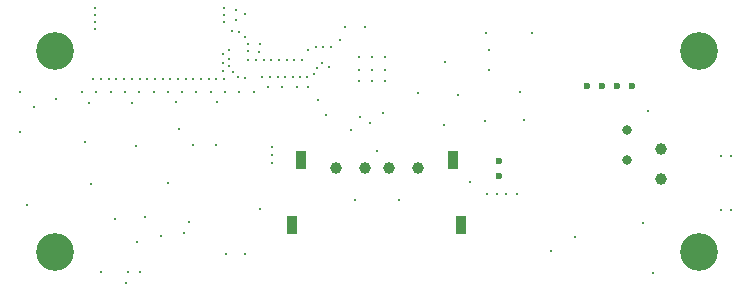
<source format=gbr>
%TF.GenerationSoftware,Altium Limited,Altium Designer,19.0.11 (319)*%
G04 Layer_Color=0*
%FSLAX26Y26*%
%MOIN*%
%TF.FileFunction,Plated,1,2,PTH,Drill*%
%TF.Part,Single*%
G01*
G75*
%TA.AperFunction,ComponentDrill*%
%ADD128C,0.023622*%
%ADD129C,0.039370*%
%ADD130R,0.035433X0.059055*%
%ADD131C,0.023622*%
%ADD132C,0.039370*%
%ADD133C,0.031496*%
%TA.AperFunction,OtherDrill,Pad Free-H (2303.15mil,826.772mil)*%
%ADD134C,0.125984*%
%TA.AperFunction,OtherDrill,Pad Free-H (2303.15mil,157.48mil)*%
%ADD135C,0.125984*%
%TA.AperFunction,OtherDrill,Pad Free-H (157.48mil,826.772mil)*%
%ADD136C,0.125984*%
%TA.AperFunction,OtherDrill,Pad Free-H (157.48mil,157.48mil)*%
%ADD137C,0.125984*%
%TA.AperFunction,ViaDrill,NotFilled*%
%ADD138C,0.011811*%
D128*
X1637795Y458071D02*
D03*
Y408071D02*
D03*
D129*
X1092520Y435827D02*
D03*
X1190945D02*
D03*
X1269685D02*
D03*
X1368110D02*
D03*
D130*
X978346Y461024D02*
D03*
X1482284D02*
D03*
X1511811Y246063D02*
D03*
X948819D02*
D03*
D131*
X1928937Y708661D02*
D03*
X1978937D02*
D03*
X2028937D02*
D03*
X2078937D02*
D03*
D132*
X2177165Y398819D02*
D03*
Y498819D02*
D03*
D133*
X2063976Y561811D02*
D03*
Y461811D02*
D03*
D134*
X2303150Y826772D02*
D03*
D135*
Y157480D02*
D03*
D136*
X157480Y826772D02*
D03*
D137*
Y157480D02*
D03*
D138*
X258858Y523622D02*
D03*
X509842Y209885D02*
D03*
X394685Y51772D02*
D03*
X311319Y87894D02*
D03*
X588583Y219488D02*
D03*
X602362Y255905D02*
D03*
X1208720Y586643D02*
D03*
X1173228Y605967D02*
D03*
X1249016Y618140D02*
D03*
X840459Y298228D02*
D03*
X1144685Y562992D02*
D03*
X429134Y187992D02*
D03*
X458661Y273622D02*
D03*
X441648Y90551D02*
D03*
X401575Y89567D02*
D03*
X358268Y264764D02*
D03*
X278543Y383858D02*
D03*
X535433Y386811D02*
D03*
X1025591Y840551D02*
D03*
X1051181D02*
D03*
X1076772D02*
D03*
X1001723Y830709D02*
D03*
X1124842Y904528D02*
D03*
X1106299Y862205D02*
D03*
X1031496Y770079D02*
D03*
X1021654Y748032D02*
D03*
X1071843Y773630D02*
D03*
X1035433Y661417D02*
D03*
X2377953Y297244D02*
D03*
X2409449D02*
D03*
Y475197D02*
D03*
X2377953D02*
D03*
X2133858Y625000D02*
D03*
X1230315Y492126D02*
D03*
X1302355Y328829D02*
D03*
X1157480D02*
D03*
X881890Y452756D02*
D03*
Y480315D02*
D03*
Y505813D02*
D03*
X1696850Y348654D02*
D03*
X1661417D02*
D03*
X1629921Y348731D02*
D03*
X1597634D02*
D03*
X789370Y150304D02*
D03*
X728346D02*
D03*
X1811024Y159721D02*
D03*
X1541996Y388093D02*
D03*
X39370Y554528D02*
D03*
X86614Y640279D02*
D03*
X698819Y655815D02*
D03*
X559055D02*
D03*
X413386Y653543D02*
D03*
X271654Y653737D02*
D03*
X161417Y665354D02*
D03*
X1001723Y704724D02*
D03*
X867238D02*
D03*
X914868D02*
D03*
X962498D02*
D03*
X723944Y688976D02*
D03*
X771574D02*
D03*
X819203D02*
D03*
X581054D02*
D03*
X628684D02*
D03*
X676314D02*
D03*
X438165D02*
D03*
X485795D02*
D03*
X533425D02*
D03*
X390535D02*
D03*
X342905D02*
D03*
X295276D02*
D03*
X247646D02*
D03*
X789586Y947995D02*
D03*
X759842Y930278D02*
D03*
Y963743D02*
D03*
X838583Y823683D02*
D03*
X839583Y849570D02*
D03*
X801181Y850394D02*
D03*
X801397Y824507D02*
D03*
X789586Y874002D02*
D03*
X771869Y889750D02*
D03*
X748247Y893884D02*
D03*
X980315Y796936D02*
D03*
X954724D02*
D03*
X801181D02*
D03*
X826772D02*
D03*
X903543D02*
D03*
X852362D02*
D03*
X877953D02*
D03*
X929134D02*
D03*
X998032Y740158D02*
D03*
X974409Y739173D02*
D03*
X924668D02*
D03*
X899077D02*
D03*
X950258D02*
D03*
X873487D02*
D03*
X847896D02*
D03*
X791339Y736024D02*
D03*
X767716Y740158D02*
D03*
X291339Y897638D02*
D03*
Y968504D02*
D03*
Y944882D02*
D03*
Y921260D02*
D03*
X720472D02*
D03*
Y944882D02*
D03*
X716739Y759842D02*
D03*
Y787402D02*
D03*
Y814961D02*
D03*
X720472Y731299D02*
D03*
X694882D02*
D03*
X669291D02*
D03*
X643701D02*
D03*
X618110D02*
D03*
X336614Y732284D02*
D03*
X285433D02*
D03*
X311024D02*
D03*
X362205D02*
D03*
X438976D02*
D03*
X387795D02*
D03*
X413386D02*
D03*
X515748D02*
D03*
X464567D02*
D03*
X490157D02*
D03*
X592520Y731299D02*
D03*
X541338Y732284D02*
D03*
X566929D02*
D03*
X1591535Y593898D02*
D03*
X1708661Y690059D02*
D03*
X426981Y508858D02*
D03*
X750000Y755905D02*
D03*
X1604331Y763203D02*
D03*
X1190945Y905512D02*
D03*
X1594488Y885827D02*
D03*
X1605315Y828740D02*
D03*
X1501968Y678150D02*
D03*
X1457457Y790776D02*
D03*
X1060039Y612335D02*
D03*
X1453740Y580709D02*
D03*
X64961Y312008D02*
D03*
X39370Y690059D02*
D03*
X1889764Y204724D02*
D03*
X720472Y968504D02*
D03*
X738281Y775591D02*
D03*
X1047244Y787402D02*
D03*
X738189Y799213D02*
D03*
X737205Y828740D02*
D03*
X570866Y567028D02*
D03*
X1212598Y763779D02*
D03*
X1255906D02*
D03*
X1169291Y807087D02*
D03*
X1255906D02*
D03*
X1212598D02*
D03*
X1255906Y724409D02*
D03*
X1212598D02*
D03*
X1169291D02*
D03*
Y761811D02*
D03*
X1366142Y685039D02*
D03*
X1748032Y886024D02*
D03*
X1720472Y594488D02*
D03*
X692913Y511811D02*
D03*
X618110D02*
D03*
X2149606Y86614D02*
D03*
X2118110Y251969D02*
D03*
%TF.MD5,151d51c4edc4c8927b628dae7f9fd58e*%
M02*

</source>
